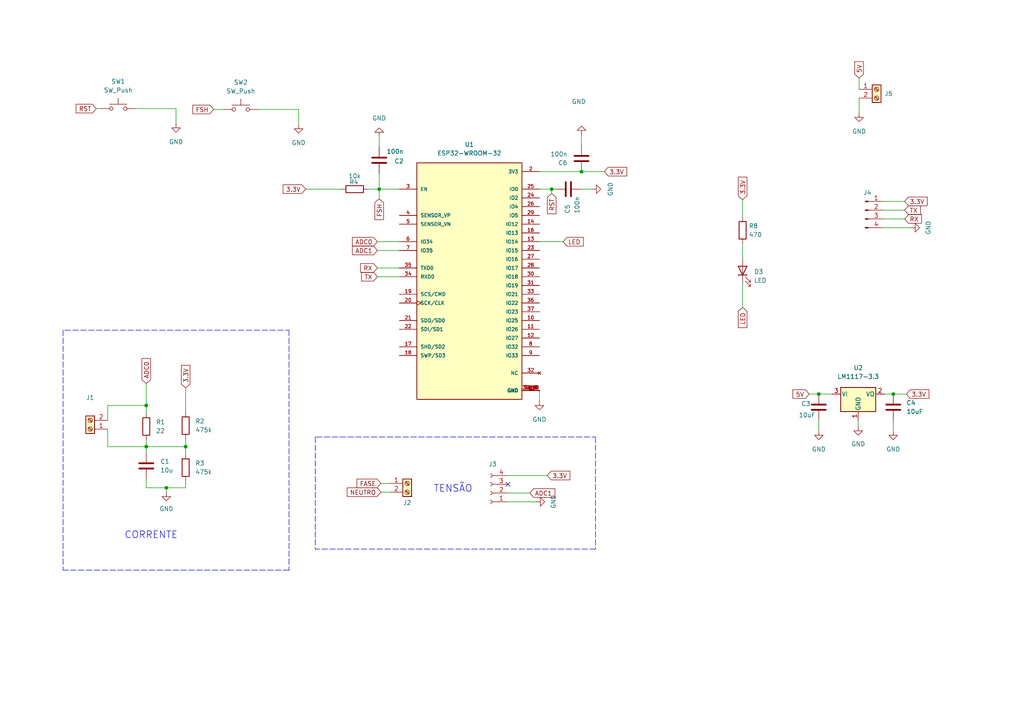
<source format=kicad_sch>
(kicad_sch (version 20211123) (generator eeschema)
  (paper "A4")
  (lib_symbols
    (symbol "Connector:Conn_01x04_Female" (pin_names (offset 1.016) hide)
      (property "Reference" "J" (at 0 5.08 0))
      (property "Value" "Conn_01x04_Female" (at 0 -7.62 0))
      (symbol "Conn_01x04_Female_1_1"
        (arc (start 0 -4.572) (mid -0.508 -5.08) (end 0 -5.588) (stroke (width 0.1524)))
        (arc (start 0 -2.032) (mid -0.508 -2.54) (end 0 -3.048) (stroke (width 0.1524)))
        (polyline (pts (xy -1.27 -5.08) (xy -0.508 -5.08)) (stroke (width 0.1524)))
        (polyline (pts (xy -1.27 -2.54) (xy -0.508 -2.54)) (stroke (width 0.1524)))
        (polyline (pts (xy -1.27 0) (xy -0.508 0)) (stroke (width 0.1524)))
        (polyline (pts (xy -1.27 2.54) (xy -0.508 2.54)) (stroke (width 0.1524)))
        (arc (start 0 0.508) (mid -0.508 0) (end 0 -0.508) (stroke (width 0.1524)))
        (arc (start 0 3.048) (mid -0.508 2.54) (end 0 2.032) (stroke (width 0.1524)))
        (pin passive line (at -5.08 2.54 0) (length 3.81) (name "Pin_1") (number "1"))
        (pin passive line (at -5.08 0 0) (length 3.81) (name "Pin_2") (number "2"))
        (pin passive line (at -5.08 -2.54 0) (length 3.81) (name "Pin_3") (number "3"))
        (pin passive line (at -5.08 -5.08 0) (length 3.81) (name "Pin_4") (number "4"))
      )
    )
    (symbol "Connector:Conn_01x04_Male" (pin_names (offset 1.016) hide)
      (property "Reference" "J" (at 0 5.08 0))
      (property "Value" "Conn_01x04_Male" (at 0 -7.62 0))
      (symbol "Conn_01x04_Male_1_1"
        (polyline (pts (xy 1.27 -5.08) (xy 0.8636 -5.08)) (stroke (width 0.1524)))
        (polyline (pts (xy 1.27 -2.54) (xy 0.8636 -2.54)) (stroke (width 0.1524)))
        (polyline (pts (xy 1.27 0) (xy 0.8636 0)) (stroke (width 0.1524)))
        (polyline (pts (xy 1.27 2.54) (xy 0.8636 2.54)) (stroke (width 0.1524)))
        (rectangle (start 0.8636 -4.953) (end 0 -5.207) (stroke (width 0.1524)) (fill (type outline)))
        (rectangle (start 0.8636 -2.413) (end 0 -2.667) (stroke (width 0.1524)) (fill (type outline)))
        (rectangle (start 0.8636 0.127) (end 0 -0.127) (stroke (width 0.1524)) (fill (type outline)))
        (rectangle (start 0.8636 2.667) (end 0 2.413) (stroke (width 0.1524)) (fill (type outline)))
        (pin passive line (at 5.08 2.54 180) (length 3.81) (name "Pin_1") (number "1"))
        (pin passive line (at 5.08 0 180) (length 3.81) (name "Pin_2") (number "2"))
        (pin passive line (at 5.08 -2.54 180) (length 3.81) (name "Pin_3") (number "3"))
        (pin passive line (at 5.08 -5.08 180) (length 3.81) (name "Pin_4") (number "4"))
      )
    )
    (symbol "Connector:Screw_Terminal_01x02" (pin_names (offset 1.016) hide)
      (property "Reference" "J" (at 0 2.54 0))
      (property "Value" "Screw_Terminal_01x02" (at 0 -5.08 0))
      (symbol "Screw_Terminal_01x02_1_1"
        (rectangle (start -1.27 1.27) (end 1.27 -3.81) (stroke (width 0.254)) (fill (type background)))
        (circle (center 0 -2.54) (radius 0.635) (stroke (width 0.1524)))
        (polyline (pts (xy -0.5334 -2.2098) (xy 0.3302 -3.048)) (stroke (width 0.1524)))
        (polyline (pts (xy -0.5334 0.3302) (xy 0.3302 -0.508)) (stroke (width 0.1524)))
        (polyline (pts (xy -0.3556 -2.032) (xy 0.508 -2.8702)) (stroke (width 0.1524)))
        (polyline (pts (xy -0.3556 0.508) (xy 0.508 -0.3302)) (stroke (width 0.1524)))
        (circle (center 0 0) (radius 0.635) (stroke (width 0.1524)))
        (pin passive line (at -5.08 0 0) (length 3.81) (name "Pin_1") (number "1"))
        (pin passive line (at -5.08 -2.54 0) (length 3.81) (name "Pin_2") (number "2"))
      )
    )
    (symbol "Device:C" (pin_numbers hide) (pin_names (offset 0.254))
      (property "Reference" "C" (at 0.635 2.54 0))
      (property "Value" "C" (at 0.635 -2.54 0))
      (symbol "C_0_1"
        (polyline (pts (xy -2.032 -0.762) (xy 2.032 -0.762)) (stroke (width 0.508)))
        (polyline (pts (xy -2.032 0.762) (xy 2.032 0.762)) (stroke (width 0.508)))
      )
      (symbol "C_1_1"
        (pin passive line (at 0 3.81 270) (length 2.794) (name "~") (number "1"))
        (pin passive line (at 0 -3.81 90) (length 2.794) (name "~") (number "2"))
      )
    )
    (symbol "Device:LED" (pin_numbers hide) (pin_names (offset 1.016) hide)
      (property "Reference" "D" (at 0 2.54 0))
      (property "Value" "LED" (at 0 -2.54 0))
      (symbol "LED_0_1"
        (polyline (pts (xy -1.27 -1.27) (xy -1.27 1.27)) (stroke (width 0.254)))
        (polyline (pts (xy -1.27 0) (xy 1.27 0)))
        (polyline (pts (xy 1.27 -1.27) (xy 1.27 1.27) (xy -1.27 0) (xy 1.27 -1.27)) (stroke (width 0.254)))
        (polyline (pts (xy -3.048 -0.762) (xy -4.572 -2.286) (xy -3.81 -2.286) (xy -4.572 -2.286) (xy -4.572 -1.524)))
        (polyline (pts (xy -1.778 -0.762) (xy -3.302 -2.286) (xy -2.54 -2.286) (xy -3.302 -2.286) (xy -3.302 -1.524)))
      )
      (symbol "LED_1_1"
        (pin passive line (at -3.81 0 0) (length 2.54) (name "K") (number "1"))
        (pin passive line (at 3.81 0 180) (length 2.54) (name "A") (number "2"))
      )
    )
    (symbol "Device:R" (pin_numbers hide) (pin_names (offset 0))
      (property "Reference" "R" (at 2.032 0 90))
      (property "Value" "R" (at 0 0 90))
      (symbol "R_0_1"
        (rectangle (start -1.016 -2.54) (end 1.016 2.54) (stroke (width 0.254)))
      )
      (symbol "R_1_1"
        (pin passive line (at 0 3.81 270) (length 1.27) (name "~") (number "1"))
        (pin passive line (at 0 -3.81 90) (length 1.27) (name "~") (number "2"))
      )
    )
    (symbol "ESP32-WROOM-32:ESP32-WROOM-32" (pin_names (offset 1.016))
      (property "Reference" "U" (at -15.0359 36.6745 0))
      (property "Value" "ESP32-WROOM-32" (at -15.2867 -35.6681 0))
      (symbol "ESP32-WROOM-32_0_0"
        (rectangle (start -15.24 -33.02) (end 15.24 35.56) (stroke (width 0.254)) (fill (type background)))
        (pin power_in line (at 20.32 -30.48 180) (length 5.08) (name "GND") (number "1"))
        (pin bidirectional line (at 20.32 -10.16 180) (length 5.08) (name "IO25") (number "10"))
        (pin bidirectional line (at 20.32 -12.7 180) (length 5.08) (name "IO26") (number "11"))
        (pin bidirectional line (at 20.32 -15.24 180) (length 5.08) (name "IO27") (number "12"))
        (pin bidirectional line (at 20.32 12.7 180) (length 5.08) (name "IO14") (number "13"))
        (pin bidirectional line (at 20.32 17.78 180) (length 5.08) (name "IO12") (number "14"))
        (pin power_in line (at 20.32 -30.48 180) (length 5.08) (name "GND") (number "15"))
        (pin bidirectional line (at 20.32 15.24 180) (length 5.08) (name "IO13") (number "16"))
        (pin bidirectional line (at -20.32 -17.78 0) (length 5.08) (name "SHD/SD2") (number "17"))
        (pin bidirectional line (at -20.32 -20.32 0) (length 5.08) (name "SWP/SD3") (number "18"))
        (pin bidirectional line (at -20.32 -2.54 0) (length 5.08) (name "SCS/CMD") (number "19"))
        (pin power_in line (at 20.32 33.02 180) (length 5.08) (name "3V3") (number "2"))
        (pin bidirectional clock (at -20.32 -5.08 0) (length 5.08) (name "SCK/CLK") (number "20"))
        (pin bidirectional line (at -20.32 -10.16 0) (length 5.08) (name "SDO/SD0") (number "21"))
        (pin bidirectional line (at -20.32 -12.7 0) (length 5.08) (name "SDI/SD1") (number "22"))
        (pin bidirectional line (at 20.32 10.16 180) (length 5.08) (name "IO15") (number "23"))
        (pin bidirectional line (at 20.32 25.4 180) (length 5.08) (name "IO2") (number "24"))
        (pin bidirectional line (at 20.32 27.94 180) (length 5.08) (name "IO0") (number "25"))
        (pin bidirectional line (at 20.32 22.86 180) (length 5.08) (name "IO4") (number "26"))
        (pin bidirectional line (at 20.32 7.62 180) (length 5.08) (name "IO16") (number "27"))
        (pin bidirectional line (at 20.32 5.08 180) (length 5.08) (name "IO17") (number "28"))
        (pin bidirectional line (at 20.32 20.32 180) (length 5.08) (name "IO5") (number "29"))
        (pin input line (at -20.32 27.94 0) (length 5.08) (name "EN") (number "3"))
        (pin bidirectional line (at 20.32 2.54 180) (length 5.08) (name "IO18") (number "30"))
        (pin bidirectional line (at 20.32 0 180) (length 5.08) (name "IO19") (number "31"))
        (pin no_connect line (at 20.32 -25.4 180) (length 5.08) (name "NC") (number "32"))
        (pin bidirectional line (at 20.32 -2.54 180) (length 5.08) (name "IO21") (number "33"))
        (pin bidirectional line (at -20.32 2.54 0) (length 5.08) (name "RXD0") (number "34"))
        (pin bidirectional line (at -20.32 5.08 0) (length 5.08) (name "TXD0") (number "35"))
        (pin bidirectional line (at 20.32 -5.08 180) (length 5.08) (name "IO22") (number "36"))
        (pin bidirectional line (at 20.32 -7.62 180) (length 5.08) (name "IO23") (number "37"))
        (pin power_in line (at 20.32 -30.48 180) (length 5.08) (name "GND") (number "38"))
        (pin power_in line (at 20.32 -30.48 180) (length 5.08) (name "GND") (number "39_1"))
        (pin power_in line (at 20.32 -30.48 180) (length 5.08) (name "GND") (number "39_10"))
        (pin power_in line (at 20.32 -30.48 180) (length 5.08) (name "GND") (number "39_11"))
        (pin power_in line (at 20.32 -30.48 180) (length 5.08) (name "GND") (number "39_12"))
        (pin power_in line (at 20.32 -30.48 180) (length 5.08) (name "GND") (number "39_13"))
        (pin power_in line (at 20.32 -30.48 180) (length 5.08) (name "GND") (number "39_14"))
        (pin power_in line (at 20.32 -30.48 180) (length 5.08) (name "GND") (number "39_15"))
        (pin power_in line (at 20.32 -30.48 180) (length 5.08) (name "GND") (number "39_16"))
        (pin power_in line (at 20.32 -30.48 180) (length 5.08) (name "GND") (number "39_17"))
        (pin power_in line (at 20.32 -30.48 180) (length 5.08) (name "GND") (number "39_18"))
        (pin power_in line (at 20.32 -30.48 180) (length 5.08) (name "GND") (number "39_19"))
        (pin power_in line (at 20.32 -30.48 180) (length 5.08) (name "GND") (number "39_2"))
        (pin power_in line (at 20.32 -30.48 180) (length 5.08) (name "GND") (number "39_20"))
        (pin power_in line (at 20.32 -30.48 180) (length 5.08) (name "GND") (number "39_21"))
        (pin power_in line (at 20.32 -30.48 180) (length 5.08) (name "GND") (number "39_3"))
        (pin power_in line (at 20.32 -30.48 180) (length 5.08) (name "GND") (number "39_4"))
        (pin power_in line (at 20.32 -30.48 180) (length 5.08) (name "GND") (number "39_5"))
        (pin power_in line (at 20.32 -30.48 180) (length 5.08) (name "GND") (number "39_6"))
        (pin power_in line (at 20.32 -30.48 180) (length 5.08) (name "GND") (number "39_7"))
        (pin power_in line (at 20.32 -30.48 180) (length 5.08) (name "GND") (number "39_8"))
        (pin power_in line (at 20.32 -30.48 180) (length 5.08) (name "GND") (number "39_9"))
        (pin input line (at -20.32 20.32 0) (length 5.08) (name "SENSOR_VP") (number "4"))
        (pin input line (at -20.32 17.78 0) (length 5.08) (name "SENSOR_VN") (number "5"))
        (pin input line (at -20.32 12.7 0) (length 5.08) (name "IO34") (number "6"))
        (pin input line (at -20.32 10.16 0) (length 5.08) (name "IO35") (number "7"))
        (pin bidirectional line (at 20.32 -17.78 180) (length 5.08) (name "IO32") (number "8"))
        (pin bidirectional line (at 20.32 -20.32 180) (length 5.08) (name "IO33") (number "9"))
      )
    )
    (symbol "Regulator_Linear:LM1117-3.3" (pin_names (offset 0.254))
      (property "Reference" "U" (at -3.81 3.175 0))
      (property "Value" "LM1117-3.3" (at 0 3.175 0))
      (symbol "LM1117-3.3_0_1"
        (rectangle (start -5.08 -5.08) (end 5.08 1.905) (stroke (width 0.254)) (fill (type background)))
      )
      (symbol "LM1117-3.3_1_1"
        (pin power_in line (at 0 -7.62 90) (length 2.54) (name "GND") (number "1"))
        (pin power_out line (at 7.62 0 180) (length 2.54) (name "VO") (number "2"))
        (pin power_in line (at -7.62 0 0) (length 2.54) (name "VI") (number "3"))
      )
    )
    (symbol "Switch:SW_Push" (pin_numbers hide) (pin_names (offset 1.016) hide)
      (property "Reference" "SW" (at 1.27 2.54 0))
      (property "Value" "SW_Push" (at 0 -1.524 0))
      (symbol "SW_Push_0_1"
        (circle (center -2.032 0) (radius 0.508))
        (polyline (pts (xy 0 1.27) (xy 0 3.048)))
        (polyline (pts (xy 2.54 1.27) (xy -2.54 1.27)))
        (circle (center 2.032 0) (radius 0.508))
        (pin passive line (at -5.08 0 0) (length 2.54) (name "1") (number "1"))
        (pin passive line (at 5.08 0 180) (length 2.54) (name "2") (number "2"))
      )
    )
    (symbol "power:GND" (power) (pin_names (offset 0))
      (property "Value" "GND" (at 0 -3.81 0))
      (symbol "GND_0_1"
        (polyline (pts (xy 0 0) (xy 0 -1.27) (xy 1.27 -1.27) (xy 0 -2.54) (xy -1.27 -1.27) (xy 0 -1.27)))
      )
      (symbol "GND_1_1"
        (pin power_in line (at 0 0 270) (length 0) hide (name "GND") (number "1"))
      )
    )
  )
  (junction (at 160.02 54.864))
  (junction (at 42.418 129.54))
  (junction (at 48.26 141.478))
  (junction (at 109.982 54.864))
  (junction (at 259.08 114.3))
  (junction (at 168.656 49.784))
  (junction (at 53.848 129.54))
  (junction (at 237.49 114.3))
  (junction (at 42.418 117.602))
  (no_connect (at 147.32 140.462))
  (polyline (pts (xy 172.72 126.746) (xy 172.72 159.258)))
  (polyline (pts (xy 91.694 126.746) (xy 172.72 126.746)))
  (wire (pts (xy 237.49 114.3) (xy 241.3 114.3)))
  (wire (pts (xy 48.26 142.748) (xy 48.26 141.478)))
  (wire (pts (xy 109.982 50.292) (xy 109.982 54.864)))
  (wire (pts (xy 53.848 112.522) (xy 53.848 119.634)))
  (wire (pts (xy 42.418 127.508) (xy 42.418 129.54)))
  (wire (pts (xy 109.474 80.264) (xy 115.824 80.264)))
  (wire (pts (xy 53.848 127.254) (xy 53.848 129.54)))
  (wire (pts (xy 155.448 145.542) (xy 147.32 145.542)))
  (wire (pts (xy 168.656 49.784) (xy 175.26 49.784)))
  (wire (pts (xy 156.464 116.332) (xy 156.464 113.284)))
  (wire (pts (xy 109.982 39.624) (xy 109.982 42.672)))
  (wire (pts (xy 259.08 124.968) (xy 259.08 121.92)))
  (wire (pts (xy 39.37 31.496) (xy 51.054 31.496)))
  (wire (pts (xy 168.656 39.116) (xy 168.656 42.164)))
  (polyline (pts (xy 91.44 126.746) (xy 91.44 159.258)))
  (wire (pts (xy 42.418 111.252) (xy 42.418 117.602)))
  (wire (pts (xy 163.322 70.104) (xy 156.464 70.104)))
  (wire (pts (xy 48.26 141.478) (xy 42.418 141.478)))
  (wire (pts (xy 106.68 54.864) (xy 109.982 54.864)))
  (wire (pts (xy 147.32 137.922) (xy 158.75 137.922)))
  (wire (pts (xy 31.242 121.92) (xy 31.242 117.602)))
  (wire (pts (xy 262.382 58.42) (xy 256.032 58.42)))
  (wire (pts (xy 109.474 72.644) (xy 115.824 72.644)))
  (wire (pts (xy 109.982 54.864) (xy 115.824 54.864)))
  (polyline (pts (xy 83.82 165.354) (xy 18.288 165.354)))
  (wire (pts (xy 215.392 89.154) (xy 215.392 82.296)))
  (wire (pts (xy 262.382 60.96) (xy 256.032 60.96)))
  (wire (pts (xy 61.976 31.75) (xy 64.77 31.75)))
  (wire (pts (xy 42.418 117.602) (xy 42.418 119.888)))
  (wire (pts (xy 31.242 117.602) (xy 42.418 117.602)))
  (wire (pts (xy 74.93 31.75) (xy 86.614 31.75)))
  (wire (pts (xy 109.474 77.724) (xy 115.824 77.724)))
  (wire (pts (xy 249.174 22.606) (xy 249.174 25.908)))
  (wire (pts (xy 53.848 129.54) (xy 53.848 131.826)))
  (wire (pts (xy 53.848 141.478) (xy 48.26 141.478)))
  (wire (pts (xy 109.474 70.104) (xy 115.824 70.104)))
  (polyline (pts (xy 18.796 95.758) (xy 83.82 95.758)))
  (wire (pts (xy 31.242 129.54) (xy 42.418 129.54)))
  (wire (pts (xy 160.02 54.864) (xy 156.464 54.864)))
  (wire (pts (xy 262.89 114.3) (xy 259.08 114.3)))
  (wire (pts (xy 42.418 129.54) (xy 42.418 131.318)))
  (wire (pts (xy 248.92 123.698) (xy 248.92 121.92)))
  (wire (pts (xy 153.67 143.002) (xy 147.32 143.002)))
  (wire (pts (xy 51.054 35.814) (xy 51.054 31.496)))
  (polyline (pts (xy 18.288 95.758) (xy 18.288 165.354)))
  (wire (pts (xy 53.848 141.478) (xy 53.848 139.446)))
  (wire (pts (xy 109.982 57.658) (xy 109.982 54.864)))
  (wire (pts (xy 42.418 141.478) (xy 42.418 138.938)))
  (polyline (pts (xy 83.82 95.758) (xy 83.82 165.354)))
  (wire (pts (xy 161.036 54.864) (xy 160.02 54.864)))
  (wire (pts (xy 237.49 124.968) (xy 237.49 121.92)))
  (wire (pts (xy 42.418 129.54) (xy 53.848 129.54)))
  (wire (pts (xy 215.392 70.612) (xy 215.392 74.676)))
  (wire (pts (xy 234.696 114.3) (xy 237.49 114.3)))
  (wire (pts (xy 160.02 54.864) (xy 160.02 56.134)))
  (polyline (pts (xy 172.72 159.258) (xy 91.44 159.258)))
  (wire (pts (xy 156.464 49.784) (xy 168.656 49.784)))
  (wire (pts (xy 31.242 124.46) (xy 31.242 129.54)))
  (wire (pts (xy 259.08 114.3) (xy 256.54 114.3)))
  (wire (pts (xy 110.49 142.748) (xy 113.03 142.748)))
  (wire (pts (xy 264.16 66.04) (xy 256.032 66.04)))
  (wire (pts (xy 86.614 36.068) (xy 86.614 31.75)))
  (wire (pts (xy 262.382 63.5) (xy 256.032 63.5)))
  (wire (pts (xy 29.21 31.496) (xy 27.94 31.496)))
  (wire (pts (xy 249.174 32.766) (xy 249.174 28.448)))
  (wire (pts (xy 88.646 54.864) (xy 99.06 54.864)))
  (wire (pts (xy 110.49 140.208) (xy 113.03 140.208)))
  (wire (pts (xy 171.704 54.864) (xy 168.656 54.864)))
  (wire (pts (xy 215.392 57.912) (xy 215.392 62.992)))
  (text "TENSÃO\n" (at 125.73 143.002 0) (effects (font (size 2 2)) (justify left bottom)))
  (text "CORRENTE" (at 36.068 156.464 0) (effects (font (size 2 2)) (justify left bottom)))
  (global_label "FASE" (shape input) (at 110.49 140.208 180) (property "Intersheet References" "${INTERSHEET_REFS}" (effects hide)))
  (global_label "5V" (shape input) (at 234.696 114.3 180) (property "Intersheet References" "${INTERSHEET_REFS}" (effects hide)))
  (global_label "3.3V" (shape input) (at 53.848 112.522 90) (property "Intersheet References" "${INTERSHEET_REFS}" (effects hide)))
  (global_label "3.3V" (shape input) (at 158.75 137.922 0) (property "Intersheet References" "${INTERSHEET_REFS}" (effects hide)))
  (global_label "3.3V" (shape input) (at 88.646 54.864 180) (property "Intersheet References" "${INTERSHEET_REFS}" (effects hide)))
  (global_label "NEUTRO" (shape input) (at 110.49 142.748 180) (property "Intersheet References" "${INTERSHEET_REFS}" (effects hide)))
  (global_label "FSH" (shape input) (at 109.982 57.658 270) (property "Intersheet References" "${INTERSHEET_REFS}" (effects hide)))
  (global_label "TX" (shape input) (at 262.382 60.96 0) (property "Intersheet References" "${INTERSHEET_REFS}" (effects hide)))
  (global_label "ADC1" (shape input) (at 109.474 72.644 180) (property "Intersheet References" "${INTERSHEET_REFS}" (effects hide)))
  (global_label "ADC0" (shape input) (at 109.474 70.104 180) (property "Intersheet References" "${INTERSHEET_REFS}" (effects hide)))
  (global_label "3.3V" (shape input) (at 175.26 49.784 0) (property "Intersheet References" "${INTERSHEET_REFS}" (effects hide)))
  (global_label "3.3V" (shape input) (at 262.382 58.42 0) (property "Intersheet References" "${INTERSHEET_REFS}" (effects hide)))
  (global_label "3.3V" (shape input) (at 215.392 57.912 90) (property "Intersheet References" "${INTERSHEET_REFS}" (effects hide)))
  (global_label "TX" (shape input) (at 109.474 80.264 180) (property "Intersheet References" "${INTERSHEET_REFS}" (effects hide)))
  (global_label "RX" (shape input) (at 109.474 77.724 180) (property "Intersheet References" "${INTERSHEET_REFS}" (effects hide)))
  (global_label "FSH" (shape input) (at 61.976 31.75 180) (property "Intersheet References" "${INTERSHEET_REFS}" (effects hide)))
  (global_label "LED" (shape input) (at 163.322 70.104 0) (property "Intersheet References" "${INTERSHEET_REFS}" (effects hide)))
  (global_label "RST" (shape input) (at 27.94 31.496 180) (property "Intersheet References" "${INTERSHEET_REFS}" (effects hide)))
  (global_label "ADC0" (shape input) (at 42.418 111.252 90) (property "Intersheet References" "${INTERSHEET_REFS}" (effects hide)))
  (global_label "RST" (shape input) (at 160.02 56.134 270) (property "Intersheet References" "${INTERSHEET_REFS}" (effects hide)))
  (global_label "RX" (shape input) (at 262.382 63.5 0) (property "Intersheet References" "${INTERSHEET_REFS}" (effects hide)))
  (global_label "3.3V" (shape input) (at 262.89 114.3 0) (property "Intersheet References" "${INTERSHEET_REFS}" (effects hide)))
  (global_label "LED" (shape input) (at 215.392 89.154 270) (property "Intersheet References" "${INTERSHEET_REFS}" (effects hide)))
  (global_label "ADC1" (shape input) (at 153.67 143.002 0) (property "Intersheet References" "${INTERSHEET_REFS}" (effects hide)))
  (global_label "5V" (shape input) (at 249.174 22.606 90) (property "Intersheet References" "${INTERSHEET_REFS}" (effects hide)))
  (symbol (lib_id "Connector:Screw_Terminal_01x02") (at 254.254 25.908 0) (unit 1)
    (property "Reference" "J5" (at 256.54 27.1779 0) (effects (justify left)))
    (property "Value" "Screw_Terminal_01x02" (effects hide))
    (property "Footprint" "Connector:JWT_A3963_1x02_P3.96mm_Vertical" (effects hide))
  )
  (symbol (lib_id "Device:C") (at 42.418 135.128 0) (unit 1)
    (property "Reference" "C1" (at 46.482 133.8579 0) (effects (justify left)))
    (property "Value" "10u" (at 46.482 136.3979 0) (effects (justify left)))
    (property "Footprint" "Capacitor_THT:CP_Radial_D10.0mm_P7.50mm" (effects hide))
  )
  (symbol (lib_id "Regulator_Linear:LM1117-3.3") (at 248.92 114.3 0) (unit 1)
    (property "Reference" "U2" (at 248.92 106.68 0))
    (property "Value" "LM1117-3.3" (at 248.92 109.22 0))
    (property "Footprint" "TerminalBlock_Philmore:TerminalBlock_Philmore_TB133_1x03_P5.00mm_Horizontal" (effects hide))
    (property "Datasheet" "http://www.ti.com/lit/ds/symlink/lm1117.pdf" (effects hide))
  )
  (symbol (lib_id "power:GND") (at 264.16 66.04 90) (unit 1)
    (property "Reference" "#PWR0107" (effects hide))
    (property "Value" "GND" (at 269.24 66.04 0))
  )
  (symbol (lib_id "power:GND") (at 171.704 54.864 90) (unit 1)
    (property "Reference" "#PWR0113" (effects hide))
    (property "Value" "GND" (at 177.038 54.864 0))
  )
  (symbol (lib_id "Device:R") (at 53.848 135.636 0) (unit 1)
    (property "Reference" "R3" (at 56.642 134.3659 0) (effects (justify left)))
    (property "Value" "475k" (at 56.642 136.9059 0) (effects (justify left)))
    (property "Footprint" "Resistor_THT:R_Axial_DIN0207_L6.3mm_D2.5mm_P7.62mm_Horizontal" (effects hide))
  )
  (symbol (lib_id "Connector:Conn_01x04_Female") (at 142.24 143.002 180) (unit 1)
    (property "Reference" "J3" (at 142.875 134.62 0))
    (property "Value" "Conn_01x04_Female" (effects hide))
    (property "Footprint" "Connector_PinSocket_2.54mm:PinSocket_1x04_P2.54mm_Vertical" (effects hide))
  )
  (symbol (lib_id "Device:R") (at 42.418 123.698 0) (unit 1)
    (property "Reference" "R1" (at 45.212 122.4279 0) (effects (justify left)))
    (property "Value" "22" (at 45.212 124.9679 0) (effects (justify left)))
    (property "Footprint" "Resistor_THT:R_Axial_DIN0207_L6.3mm_D2.5mm_P7.62mm_Horizontal" (effects hide))
  )
  (symbol (lib_id "Connector:Conn_01x04_Male") (at 250.952 60.96 0) (unit 1)
    (property "Reference" "J4" (at 251.587 55.88 0))
    (property "Value" "Conn_01x04_Male" (effects hide))
    (property "Footprint" "Connector_PinSocket_2.54mm:PinSocket_1x04_P2.54mm_Vertical" (effects hide))
  )
  (symbol (lib_id "power:GND") (at 248.92 123.698 0) (unit 1)
    (property "Reference" "#PWR0110" (effects hide))
    (property "Value" "GND" (at 248.92 128.778 0))
  )
  (symbol (lib_id "power:GND") (at 155.448 145.542 90) (unit 1)
    (property "Reference" "#PWR0104" (effects hide))
    (property "Value" "GND" (at 160.528 145.542 0))
  )
  (symbol (lib_id "Device:LED") (at 215.392 78.486 90) (unit 1)
    (property "Reference" "D3" (at 218.694 78.8034 90) (effects (justify right)))
    (property "Value" "LED" (at 218.694 81.3434 90) (effects (justify right)))
    (property "Footprint" "LED_THT:LED_D5.0mm_IRBlack" (effects hide))
  )
  (symbol (lib_id "power:GND") (at 249.174 32.766 0) (unit 1)
    (property "Reference" "#PWR0111" (effects hide))
    (property "Value" "GND" (at 249.174 38.1 0))
  )
  (symbol (lib_id "ESP32-WROOM-32:ESP32-WROOM-32") (at 136.144 82.804 0) (unit 1)
    (property "Reference" "U1" (at 136.144 41.91 0))
    (property "Value" "ESP32-WROOM-32" (at 136.144 44.45 0))
    (property "Footprint" "esp32:MODULE_ESP32-WROOM-32" (effects hide))
    (property "MANUFACTURER" "Espressif Systems" (effects hide))
    (property "PARTREV" "2.9" (effects hide))
    (property "STANDARD" "Manufacturer Recommendations" (effects hide))
    (property "MAXIMUM_PACKAGE_HEIGHT" "3.2 mm" (effects hide))
  )
  (symbol (lib_id "power:GND") (at 168.656 39.116 180) (unit 1)
    (property "Reference" "#PWR0112" (effects hide))
    (property "Value" "GND" (at 167.894 29.464 0))
  )
  (symbol (lib_id "power:GND") (at 48.26 142.748 0) (unit 1)
    (property "Reference" "#PWR0103" (effects hide))
    (property "Value" "GND" (at 48.26 147.574 0))
  )
  (symbol (lib_id "power:GND") (at 156.464 116.332 0) (unit 1)
    (property "Reference" "#PWR0102" (effects hide))
    (property "Value" "GND" (at 156.464 121.666 0))
  )
  (symbol (lib_id "Device:C") (at 109.982 46.482 180) (unit 1)
    (property "Reference" "C2" (at 117.094 46.736 0) (effects (justify left)))
    (property "Value" "100n" (at 117.094 43.942 0) (effects (justify left)))
    (property "Footprint" "Capacitor_THT:CP_Radial_D10.0mm_P7.50mm" (effects hide))
  )
  (symbol (lib_id "power:GND") (at 86.614 36.068 0) (unit 1)
    (property "Reference" "#PWR0105" (effects hide))
    (property "Value" "GND" (at 86.614 41.402 0))
  )
  (symbol (lib_id "power:GND") (at 51.054 35.814 0) (unit 1)
    (property "Reference" "#PWR0101" (effects hide))
    (property "Value" "GND" (at 51.054 41.148 0))
  )
  (symbol (lib_id "Device:C") (at 237.49 118.11 0) (unit 1)
    (property "Reference" "C3" (at 232.41 117.094 0) (effects (justify left)))
    (property "Value" "10uF" (at 231.648 120.396 0) (effects (justify left)))
    (property "Footprint" "Capacitor_THT:CP_Radial_D10.0mm_P7.50mm" (effects hide))
  )
  (symbol (lib_id "power:GND") (at 237.49 124.968 0) (unit 1)
    (property "Reference" "#PWR0108" (effects hide))
    (property "Value" "GND" (at 237.49 130.302 0))
  )
  (symbol (lib_id "power:GND") (at 259.08 124.968 0) (unit 1)
    (property "Reference" "#PWR0109" (effects hide))
    (property "Value" "GND" (at 259.08 130.302 0))
  )
  (symbol (lib_id "power:GND") (at 109.982 39.624 180) (unit 1)
    (property "Reference" "#PWR0106" (effects hide))
    (property "Value" "GND" (at 109.982 34.29 0))
  )
  (symbol (lib_id "Connector:Screw_Terminal_01x02") (at 26.162 124.46 180) (unit 1)
    (property "Reference" "J1" (at 26.162 115.316 0))
    (property "Value" "Screw_Terminal_01x02" (effects hide))
    (property "Footprint" "Connector:JWT_A3963_1x02_P3.96mm_Vertical" (effects hide))
  )
  (symbol (lib_id "Device:C") (at 168.656 45.974 180) (unit 1)
    (property "Reference" "C6" (at 164.592 47.2441 0) (effects (justify left)))
    (property "Value" "100n" (at 164.592 44.7041 0) (effects (justify left)))
    (property "Footprint" "Capacitor_THT:CP_Radial_D10.0mm_P7.50mm" (effects hide))
  )
  (symbol (lib_id "Device:R") (at 215.392 66.802 0) (unit 1)
    (property "Reference" "R8" (at 217.17 65.5319 0) (effects (justify left)))
    (property "Value" "470" (at 217.17 68.0719 0) (effects (justify left)))
    (property "Footprint" "Resistor_THT:R_Axial_DIN0207_L6.3mm_D2.5mm_P7.62mm_Horizontal" (effects hide))
  )
  (symbol (lib_id "Device:R") (at 102.87 54.864 270) (unit 1)
    (property "Reference" "R4" (at 102.616 52.832 90))
    (property "Value" "10k" (at 102.87 51.054 90))
    (property "Footprint" "Resistor_THT:R_Axial_DIN0207_L6.3mm_D2.5mm_P7.62mm_Horizontal" (effects hide))
  )
  (symbol (lib_id "Device:C") (at 164.846 54.864 90) (unit 1)
    (property "Reference" "C5" (at 164.592 61.976 0) (effects (justify left)))
    (property "Value" "100n" (at 167.386 61.976 0) (effects (justify left)))
    (property "Footprint" "Capacitor_THT:CP_Radial_D10.0mm_P7.50mm" (effects hide))
  )
  (symbol (lib_id "Device:C") (at 259.08 118.11 0) (unit 1)
    (property "Reference" "C4" (at 262.89 116.8399 0) (effects (justify left)))
    (property "Value" "10uF" (at 262.89 119.3799 0) (effects (justify left)))
    (property "Footprint" "Capacitor_THT:CP_Radial_D10.0mm_P7.50mm" (effects hide))
  )
  (symbol (lib_id "Switch:SW_Push") (at 69.85 31.75 0) (unit 1)
    (property "Reference" "SW2" (at 69.85 23.876 0))
    (property "Value" "SW_Push" (at 69.85 26.416 0))
    (property "Footprint" "Button_Switch_THT:SW_Tactile_Straight_KSL0Axx1LFTR" (effects hide))
  )
  (symbol (lib_id "Connector:Screw_Terminal_01x02") (at 118.11 140.208 0) (unit 1)
    (property "Reference" "J2" (at 118.11 145.796 0))
    (property "Value" "Screw_Terminal_01x02" (effects hide))
    (property "Footprint" "Connector:JWT_A3963_1x02_P3.96mm_Vertical" (effects hide))
  )
  (symbol (lib_id "Device:R") (at 53.848 123.444 0) (unit 1)
    (property "Reference" "R2" (at 56.642 122.1739 0) (effects (justify left)))
    (property "Value" "475k" (at 56.642 124.7139 0) (effects (justify left)))
    (property "Footprint" "Resistor_THT:R_Axial_DIN0207_L6.3mm_D2.5mm_P7.62mm_Horizontal" (effects hide))
  )
  (symbol (lib_id "Switch:SW_Push") (at 34.29 31.496 0) (unit 1)
    (property "Reference" "SW1" (at 34.29 23.622 0))
    (property "Value" "SW_Push" (at 34.29 26.162 0))
    (property "Footprint" "Button_Switch_THT:SW_Tactile_Straight_KSL0Axx1LFTR" (effects hide))
  )
)
</source>
